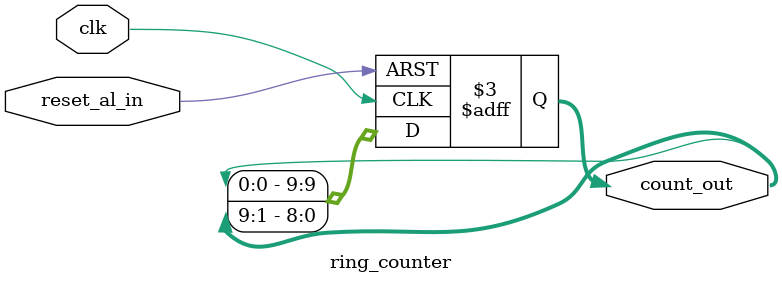
<source format=v>
module ring_counter #(parameter N=10)(clk, count_out, reset_al_in);

input clk;
input reset_al_in;
output reg [N-1:0] count_out;

always@(posedge clk, negedge reset_al_in)
 
	if (~reset_al_in)begin
	
		count_out[N-1] <= 1'b1;
		count_out[N-2:0] <= 0;
		end	
	else
		count_out <={count_out[0], count_out[N-1:1]};

endmodule

</source>
